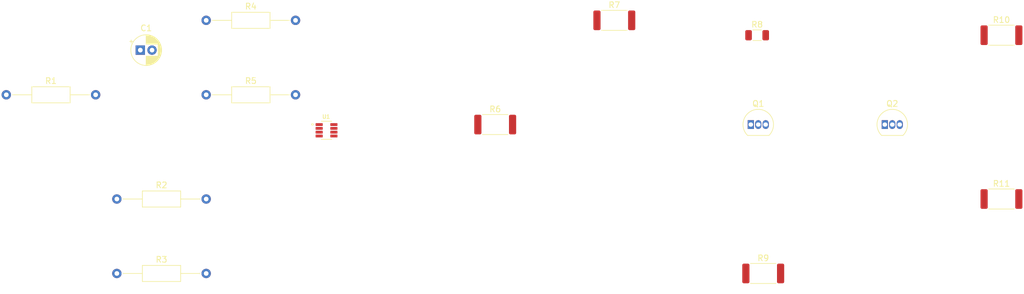
<source format=kicad_pcb>
(kicad_pcb (version 20221018) (generator pcbnew)
  (layers (0 "F.Cu" signal) (31 "B.Cu" signal) (34 "B.Paste" user) (35 "F.Paste" user) (36 "B.SilkS" user "B.Silkscreen") (37 "F.SilkS" user "F.Silkscreen") (38 "B.Mask" user) (39 "F.Mask" user) (44 "Edge.Cuts" user))
  (net 0 "")
  (net 1 "Sine_Wave")
  (net 2 "Net-(U1-IN+)")
  (net 3 "Net-(Q1-E)")
  (net 4 "Net-(Q1-B)")
  (net 5 "Net-(Q1-C)")
  (net 6 "Net-(Q2-B)")
  (net 7 "NIM_OUT")
  (net 8 "GND")
  (net 9 "Net-(U1-IN-)")
  (net 10 "+5V")
  (net 11 "TLL_IN")
  (net 12 "-1V")
  (net 13 "+3.3V")
  (net 14 "TLL_OUT")
  (footprint "Resistor_THT:R_Axial_DIN0207_L6.3mm_D2.5mm_P15.24mm_Horizontal" (layer "F.Cu") (at 49.3375 78.74)
    (fp_text reference "R2" (at 7.62 -2.37) (layer "F.SilkS"))
    (fp_text value "2k")
    (fp_line (start 1.04 0) (end 4.35 0) (stroke (width 0.12)) (layer "F.SilkS"))
    (fp_line (start 4.35 -1.37) (end 4.35 1.37) (stroke (width 0.12)) (layer "F.SilkS"))
    (fp_line (start 4.35 1.37) (end 10.89 1.37) (stroke (width 0.12)) (layer "F.SilkS"))
    (fp_line (start 10.89 -1.37) (end 4.35 -1.37) (stroke (width 0.12)) (layer "F.SilkS"))
    (fp_line (start 10.89 1.37) (end 10.89 -1.37) (stroke (width 0.12)) (layer "F.SilkS"))
    (fp_line (start 14.2 0) (end 10.89 0) (stroke (width 0.12)) (layer "F.SilkS"))
    (pad "1" thru_hole circle (at 0 0) (size 1.6 1.6) (drill 0.8) (layers "*.Cu" "*.Mask") (net 9 "Net-(U1-IN-)"))
    (pad "2" thru_hole oval (at 15.24 0) (size 1.6 1.6) (drill 0.8) (layers "*.Cu" "*.Mask") (net 8 "GND"))
  )
  (footprint "Package_TO_SOT_THT:TO-92_Inline" (layer "F.Cu") (at 157.48 66.04)
    (fp_text reference "Q1" (at 1.27 -3.56) (layer "F.SilkS"))
    (fp_text value "2N3906")
    (fp_line (start -0.53 1.85) (end 3.07 1.85) (stroke (width 0.12)) (layer "F.SilkS"))
    (fp_arc (start -0.568478 1.838478) (mid -1.132087 -0.994977) (end 1.27 -2.6) (stroke (width 0.12)) (layer "F.SilkS"))
    (fp_arc (start 1.27 -2.6) (mid 3.672087 -0.994977) (end 3.108478 1.838478) (stroke (width 0.12)) (layer "F.SilkS"))
    (pad "1" thru_hole rect (at 0 0) (size 1.05 1.5) (drill 0.75) (layers "*.Cu" "*.Mask") (net 3 "Net-(Q1-E)"))
    (pad "2" thru_hole oval (at 1.27 0) (size 1.05 1.5) (drill 0.75) (layers "*.Cu" "*.Mask") (net 4 "Net-(Q1-B)"))
    (pad "3" thru_hole oval (at 2.54 0) (size 1.05 1.5) (drill 0.75) (layers "*.Cu" "*.Mask") (net 5 "Net-(Q1-C)"))
  )
  (footprint "Resistor_SMD:R_2512_6332Metric" (layer "F.Cu") (at 113.8775 66.04)
    (fp_text reference "R6" (at 0 -2.62) (layer "F.SilkS"))
    (fp_text value "100")
    (fp_line (start -2.177064 -1.71) (end 2.177064 -1.71) (stroke (width 0.12)) (layer "F.SilkS"))
    (fp_line (start -2.177064 1.71) (end 2.177064 1.71) (stroke (width 0.12)) (layer "F.SilkS"))
    (pad "1" smd roundrect (at -2.9625 0) (size 1.225 3.35) (layers "F.Cu" "F.Paste" "F.Mask") (roundrect_rratio 0.204082) (net 11 "TLL_IN"))
    (pad "2" smd roundrect (at 2.9625 0) (size 1.225 3.35) (layers "F.Cu" "F.Paste" "F.Mask") (roundrect_rratio 0.204082) (net 4 "Net-(Q1-B)"))
  )
  (footprint "Resistor_SMD:R_2512_6332Metric" (layer "F.Cu") (at 200.2375 50.8)
    (fp_text reference "R10" (at 0 -2.62) (layer "F.SilkS"))
    (fp_text value "10k")
    (fp_line (start -2.177064 -1.71) (end 2.177064 -1.71) (stroke (width 0.12)) (layer "F.SilkS"))
    (fp_line (start -2.177064 1.71) (end 2.177064 1.71) (stroke (width 0.12)) (layer "F.SilkS"))
    (pad "1" smd roundrect (at -2.9625 0) (size 1.225 3.35) (layers "F.Cu" "F.Paste" "F.Mask") (roundrect_rratio 0.204082) (net 12 "-1V"))
    (pad "2" smd roundrect (at 2.9625 0) (size 1.225 3.35) (layers "F.Cu" "F.Paste" "F.Mask") (roundrect_rratio 0.204082) (net 6 "Net-(Q2-B)"))
  )
  (footprint "Resistor_THT:R_Axial_DIN0207_L6.3mm_D2.5mm_P15.24mm_Horizontal" (layer "F.Cu") (at 64.5775 60.96)
    (fp_text reference "R5" (at 7.62 -2.37) (layer "F.SilkS"))
    (fp_text value "2k")
    (fp_line (start 1.04 0) (end 4.35 0) (stroke (width 0.12)) (layer "F.SilkS"))
    (fp_line (start 4.35 -1.37) (end 4.35 1.37) (stroke (width 0.12)) (layer "F.SilkS"))
    (fp_line (start 4.35 1.37) (end 10.89 1.37) (stroke (width 0.12)) (layer "F.SilkS"))
    (fp_line (start 10.89 -1.37) (end 4.35 -1.37) (stroke (width 0.12)) (layer "F.SilkS"))
    (fp_line (start 10.89 1.37) (end 10.89 -1.37) (stroke (width 0.12)) (layer "F.SilkS"))
    (fp_line (start 14.2 0) (end 10.89 0) (stroke (width 0.12)) (layer "F.SilkS"))
    (pad "1" thru_hole circle (at 0 0) (size 1.6 1.6) (drill 0.8) (layers "*.Cu" "*.Mask") (net 2 "Net-(U1-IN+)"))
    (pad "2" thru_hole oval (at 15.24 0) (size 1.6 1.6) (drill 0.8) (layers "*.Cu" "*.Mask") (net 8 "GND"))
  )
  (footprint "Capacitor_THT:CP_Radial_D5.0mm_P2.00mm" (layer "F.Cu") (at 53.34 53.34)
    (fp_text reference "C1" (at 1 -3.75) (layer "F.SilkS"))
    (fp_text value "0.1u")
    (fp_line (start -1.804775 -1.475) (end -1.304775 -1.475) (stroke (width 0.12)) (layer "F.SilkS"))
    (fp_line (start -1.554775 -1.725) (end -1.554775 -1.225) (stroke (width 0.12)) (layer "F.SilkS"))
    (fp_line (start 1 -2.58) (end 1 -1.04) (stroke (width 0.12)) (layer "F.SilkS"))
    (fp_line (start 1 1.04) (end 1 2.58) (stroke (width 0.12)) (layer "F.SilkS"))
    (fp_line (start 1.04 -2.58) (end 1.04 -1.04) (stroke (width 0.12)) (layer "F.SilkS"))
    (fp_line (start 1.04 1.04) (end 1.04 2.58) (stroke (width 0.12)) (layer "F.SilkS"))
    (fp_line (start 1.08 -2.579) (end 1.08 -1.04) (stroke (width 0.12)) (layer "F.SilkS"))
    (fp_line (start 1.08 1.04) (end 1.08 2.579) (stroke (width 0.12)) (layer "F.SilkS"))
    (fp_line (start 1.12 -2.578) (end 1.12 -1.04) (stroke (width 0.12)) (layer "F.SilkS"))
    (fp_line (start 1.12 1.04) (end 1.12 2.578) (stroke (width 0.12)) (layer "F.SilkS"))
    (fp_line (start 1.16 -2.576) (end 1.16 -1.04) (stroke (width 0.12)) (layer "F.SilkS"))
    (fp_line (start 1.16 1.04) (end 1.16 2.576) (stroke (width 0.12)) (layer "F.SilkS"))
    (fp_line (start 1.2 -2.573) (end 1.2 -1.04) (stroke (width 0.12)) (layer "F.SilkS"))
    (fp_line (start 1.2 1.04) (end 1.2 2.573) (stroke (width 0.12)) (layer "F.SilkS"))
    (fp_line (start 1.24 -2.569) (end 1.24 -1.04) (stroke (width 0.12)) (layer "F.SilkS"))
    (fp_line (start 1.24 1.04) (end 1.24 2.569) (stroke (width 0.12)) (layer "F.SilkS"))
    (fp_line (start 1.28 -2.565) (end 1.28 -1.04) (stroke (width 0.12)) (layer "F.SilkS"))
    (fp_line (start 1.28 1.04) (end 1.28 2.565) (stroke (width 0.12)) (layer "F.SilkS"))
    (fp_line (start 1.32 -2.561) (end 1.32 -1.04) (stroke (width 0.12)) (layer "F.SilkS"))
    (fp_line (start 1.32 1.04) (end 1.32 2.561) (stroke (width 0.12)) (layer "F.SilkS"))
    (fp_line (start 1.36 -2.556) (end 1.36 -1.04) (stroke (width 0.12)) (layer "F.SilkS"))
    (fp_line (start 1.36 1.04) (end 1.36 2.556) (stroke (width 0.12)) (layer "F.SilkS"))
    (fp_line (start 1.4 -2.55) (end 1.4 -1.04) (stroke (width 0.12)) (layer "F.SilkS"))
    (fp_line (start 1.4 1.04) (end 1.4 2.55) (stroke (width 0.12)) (layer "F.SilkS"))
    (fp_line (start 1.44 -2.543) (end 1.44 -1.04) (stroke (width 0.12)) (layer "F.SilkS"))
    (fp_line (start 1.44 1.04) (end 1.44 2.543) (stroke (width 0.12)) (layer "F.SilkS"))
    (fp_line (start 1.48 -2.536) (end 1.48 -1.04) (stroke (width 0.12)) (layer "F.SilkS"))
    (fp_line (start 1.48 1.04) (end 1.48 2.536) (stroke (width 0.12)) (layer "F.SilkS"))
    (fp_line (start 1.52 -2.528) (end 1.52 -1.04) (stroke (width 0.12)) (layer "F.SilkS"))
    (fp_line (start 1.52 1.04) (end 1.52 2.528) (stroke (width 0.12)) (layer "F.SilkS"))
    (fp_line (start 1.56 -2.52) (end 1.56 -1.04) (stroke (width 0.12)) (layer "F.SilkS"))
    (fp_line (start 1.56 1.04) (end 1.56 2.52) (stroke (width 0.12)) (layer "F.SilkS"))
    (fp_line (start 1.6 -2.511) (end 1.6 -1.04) (stroke (width 0.12)) (layer "F.SilkS"))
    (fp_line (start 1.6 1.04) (end 1.6 2.511) (stroke (width 0.12)) (layer "F.SilkS"))
    (fp_line (start 1.64 -2.501) (end 1.64 -1.04) (stroke (width 0.12)) (layer "F.SilkS"))
    (fp_line (start 1.64 1.04) (end 1.64 2.501) (stroke (width 0.12)) (layer "F.SilkS"))
    (fp_line (start 1.68 -2.491) (end 1.68 -1.04) (stroke (width 0.12)) (layer "F.SilkS"))
    (fp_line (start 1.68 1.04) (end 1.68 2.491) (stroke (width 0.12)) (layer "F.SilkS"))
    (fp_line (start 1.721 -2.48) (end 1.721 -1.04) (stroke (width 0.12)) (layer "F.SilkS"))
    (fp_line (start 1.721 1.04) (end 1.721 2.48) (stroke (width 0.12)) (layer "F.SilkS"))
    (fp_line (start 1.761 -2.468) (end 1.761 -1.04) (stroke (width 0.12)) (layer "F.SilkS"))
    (fp_line (start 1.761 1.04) (end 1.761 2.468) (stroke (width 0.12)) (layer "F.SilkS"))
    (fp_line (start 1.801 -2.455) (end 1.801 -1.04) (stroke (width 0.12)) (layer "F.SilkS"))
    (fp_line (start 1.801 1.04) (end 1.801 2.455) (stroke (width 0.12)) (layer "F.SilkS"))
    (fp_line (start 1.841 -2.442) (end 1.841 -1.04) (stroke (width 0.12)) (layer "F.SilkS"))
    (fp_line (start 1.841 1.04) (end 1.841 2.442) (stroke (width 0.12)) (layer "F.SilkS"))
    (fp_line (start 1.881 -2.428) (end 1.881 -1.04) (stroke (width 0.12)) (layer "F.SilkS"))
    (fp_line (start 1.881 1.04) (end 1.881 2.428) (stroke (width 0.12)) (layer "F.SilkS"))
    (fp_line (start 1.921 -2.414) (end 1.921 -1.04) (stroke (width 0.12)) (layer "F.SilkS"))
    (fp_line (start 1.921 1.04) (end 1.921 2.414) (stroke (width 0.12)) (layer "F.SilkS"))
    (fp_line (start 1.961 -2.398) (end 1.961 -1.04) (stroke (width 0.12)) (layer "F.SilkS"))
    (fp_line (start 1.961 1.04) (end 1.961 2.398) (stroke (width 0.12)) (layer "F.SilkS"))
    (fp_line (start 2.001 -2.382) (end 2.001 -1.04) (stroke (width 0.12)) (layer "F.SilkS"))
    (fp_line (start 2.001 1.04) (end 2.001 2.382) (stroke (width 0.12)) (layer "F.SilkS"))
    (fp_line (start 2.041 -2.365) (end 2.041 -1.04) (stroke (width 0.12)) (layer "F.SilkS"))
    (fp_line (start 2.041 1.04) (end 2.041 2.365) (stroke (width 0.12)) (layer "F.SilkS"))
    (fp_line (start 2.081 -2.348) (end 2.081 -1.04) (stroke (width 0.12)) (layer "F.SilkS"))
    (fp_line (start 2.081 1.04) (end 2.081 2.348) (stroke (width 0.12)) (layer "F.SilkS"))
    (fp_line (start 2.121 -2.329) (end 2.121 -1.04) (stroke (width 0.12)) (layer "F.SilkS"))
    (fp_line (start 2.121 1.04) (end 2.121 2.329) (stroke (width 0.12)) (layer "F.SilkS"))
    (fp_line (start 2.161 -2.31) (end 2.161 -1.04) (stroke (width 0.12)) (layer "F.SilkS"))
    (fp_line (start 2.161 1.04) (end 2.161 2.31) (stroke (width 0.12)) (layer "F.SilkS"))
    (fp_line (start 2.201 -2.29) (end 2.201 -1.04) (stroke (width 0.12)) (layer "F.SilkS"))
    (fp_line (start 2.201 1.04) (end 2.201 2.29) (stroke (width 0.12)) (layer "F.SilkS"))
    (fp_line (start 2.241 -2.268) (end 2.241 -1.04) (stroke (width 0.12)) (layer "F.SilkS"))
    (fp_line (start 2.241 1.04) (end 2.241 2.268) (stroke (width 0.12)) (layer "F.SilkS"))
    (fp_line (start 2.281 -2.247) (end 2.281 -1.04) (stroke (width 0.12)) (layer "F.SilkS"))
    (fp_line (start 2.281 1.04) (end 2.281 2.247) (stroke (width 0.12)) (layer "F.SilkS"))
    (fp_line (start 2.321 -2.224) (end 2.321 -1.04) (stroke (width 0.12)) (layer "F.SilkS"))
    (fp_line (start 2.321 1.04) (end 2.321 2.224) (stroke (width 0.12)) (layer "F.SilkS"))
    (fp_line (start 2.361 -2.2) (end 2.361 -1.04) (stroke (width 0.12)) (layer "F.SilkS"))
    (fp_line (start 2.361 1.04) (end 2.361 2.2) (stroke (width 0.12)) (layer "F.SilkS"))
    (fp_line (start 2.401 -2.175) (end 2.401 -1.04) (stroke (width 0.12)) (layer "F.SilkS"))
    (fp_line (start 2.401 1.04) (end 2.401 2.175) (stroke (width 0.12)) (layer "F.SilkS"))
    (fp_line (start 2.441 -2.149) (end 2.441 -1.04) (stroke (width 0.12)) (layer "F.SilkS"))
    (fp_line (start 2.441 1.04) (end 2.441 2.149) (stroke (width 0.12)) (layer "F.SilkS"))
    (fp_line (start 2.481 -2.122) (end 2.481 -1.04) (stroke (width 0.12)) (layer "F.SilkS"))
    (fp_line (start 2.481 1.04) (end 2.481 2.122) (stroke (width 0.12)) (layer "F.SilkS"))
    (fp_line (start 2.521 -2.095) (end 2.521 -1.04) (stroke (width 0.12)) (layer "F.SilkS"))
    (fp_line (start 2.521 1.04) (end 2.521 2.095) (stroke (width 0.12)) (layer "F.SilkS"))
    (fp_line (start 2.561 -2.065) (end 2.561 -1.04) (stroke (width 0.12)) (layer "F.SilkS"))
    (fp_line (start 2.561 1.04) (end 2.561 2.065) (stroke (width 0.12)) (layer "F.SilkS"))
    (fp_line (start 2.601 -2.035) (end 2.601 -1.04) (stroke (width 0.12)) (layer "F.SilkS"))
    (fp_line (start 2.601 1.04) (end 2.601 2.035) (stroke (width 0.12)) (layer "F.SilkS"))
    (fp_line (start 2.641 -2.004) (end 2.641 -1.04) (stroke (width 0.12)) (layer "F.SilkS"))
    (fp_line (start 2.641 1.04) (end 2.641 2.004) (stroke (width 0.12)) (layer "F.SilkS"))
    (fp_line (start 2.681 -1.971) (end 2.681 -1.04) (stroke (width 0.12)) (layer "F.SilkS"))
    (fp_line (start 2.681 1.04) (end 2.681 1.971) (stroke (width 0.12)) (layer "F.SilkS"))
    (fp_line (start 2.721 -1.937) (end 2.721 -1.04) (stroke (width 0.12)) (layer "F.SilkS"))
    (fp_line (start 2.721 1.04) (end 2.721 1.937) (stroke (width 0.12)) (layer "F.SilkS"))
    (fp_line (start 2.761 -1.901) (end 2.761 -1.04) (stroke (width 0.12)) (layer "F.SilkS"))
    (fp_line (start 2.761 1.04) (end 2.761 1.901) (stroke (width 0.12)) (layer "F.SilkS"))
    (fp_line (start 2.801 -1.864) (end 2.801 -1.04) (stroke (width 0.12)) (layer "F.SilkS"))
    (fp_line (start 2.801 1.04) (end 2.801 1.864) (stroke (width 0.12)) (layer "F.SilkS"))
    (fp_line (start 2.841 -1.826) (end 2.841 -1.04) (stroke (width 0.12)) (layer "F.SilkS"))
    (fp_line (start 2.841 1.04) (end 2.841 1.826) (stroke (width 0.12)) (layer "F.SilkS"))
    (fp_line (start 2.881 -1.785) (end 2.881 -1.04) (stroke (width 0.12)) (layer "F.SilkS"))
    (fp_line (start 2.881 1.04) (end 2.881 1.785) (stroke (width 0.12)) (layer "F.SilkS"))
    (fp_line (start 2.921 -1.743) (end 2.921 -1.04) (stroke (width 0.12)) (layer "F.SilkS"))
    (fp_line (start 2.921 1.04) (end 2.921 1.743) (stroke (width 0.12)) (layer "F.SilkS"))
    (fp_line (start 2.961 -1.699) (end 2.961 -1.04) (stroke (width 0.12)) (layer "F.SilkS"))
    (fp_line (start 2.961 1.04) (end 2.961 1.699) (stroke (width 0.12)) (layer "F.SilkS"))
    (fp_line (start 3.001 -1.653) (end 3.001 -1.04) (stroke (width 0.12)) (layer "F.SilkS"))
    (fp_line (start 3.001 1.04) (end 3.001 1.653) (stroke (width 0.12)) (layer "F.SilkS"))
    (fp_line (start 3.041 -1.605) (end 3.041 1.605) (stroke (width 0.12)) (layer "F.SilkS"))
    (fp_line (start 3.081 -1.554) (end 3.081 1.554) (stroke (width 0.12)) (layer "F.SilkS"))
    (fp_line (start 3.121 -1.5) (end 3.121 1.5) (stroke (width 0.12)) (layer "F.SilkS"))
    (fp_line (start 3.161 -1.443) (end 3.161 1.443) (stroke (width 0.12)) (layer "F.SilkS"))
    (fp_line (start 3.201 -1.383) (end 3.201 1.383) (stroke (width 0.12)) (layer "F.SilkS"))
    (fp_line (start 3.241 -1.319) (end 3.241 1.319) (stroke (width 0.12)) (layer "F.SilkS"))
    (fp_line (start 3.281 -1.251) (end 3.281 1.251) (stroke (width 0.12)) (layer "F.SilkS"))
    (fp_line (start 3.321 -1.178) (end 3.321 1.178) (stroke (width 0.12)) (layer "F.SilkS"))
    (fp_line (start 3.361 -1.098) (end 3.361 1.098) (stroke (width 0.12)) (layer "F.SilkS"))
    (fp_line (start 3.401 -1.011) (end 3.401 1.011) (stroke (width 0.12)) (layer "F.SilkS"))
    (fp_line (start 3.441 -0.915) (end 3.441 0.915) (stroke (width 0.12)) (layer "F.SilkS"))
    (fp_line (start 3.481 -0.805) (end 3.481 0.805) (stroke (width 0.12)) (layer "F.SilkS"))
    (fp_line (start 3.521 -0.677) (end 3.521 0.677) (stroke (width 0.12)) (layer "F.SilkS"))
    (fp_line (start 3.561 -0.518) (end 3.561 0.518) (stroke (width 0.12)) (layer "F.SilkS"))
    (fp_line (start 3.601 -0.284) (end 3.601 0.284) (stroke (width 0.12)) (layer "F.SilkS"))
    (fp_circle (center 1 0) (end 3.62 0) (stroke (width 0.12)) (fill none) (layer "F.SilkS"))
    (pad "1" thru_hole rect (at 0 0) (size 1.6 1.6) (drill 0.8) (layers "*.Cu" "*.Mask") (net 1 "Sine_Wave"))
    (pad "2" thru_hole circle (at 2 0) (size 1.6 1.6) (drill 0.8) (layers "*.Cu" "*.Mask") (net 2 "Net-(U1-IN+)"))
  )
  (footprint "Resistor_THT:R_Axial_DIN0207_L6.3mm_D2.5mm_P15.24mm_Horizontal" (layer "F.Cu") (at 30.48 60.96)
    (fp_text reference "R1" (at 7.62 -2.37) (layer "F.SilkS"))
    (fp_text value "50")
    (fp_line (start 1.04 0) (end 4.35 0) (stroke (width 0.12)) (layer "F.SilkS"))
    (fp_line (start 4.35 -1.37) (end 4.35 1.37) (stroke (width 0.12)) (layer "F.SilkS"))
    (fp_line (start 4.35 1.37) (end 10.89 1.37) (stroke (width 0.12)) (layer "F.SilkS"))
    (fp_line (start 10.89 -1.37) (end 4.35 -1.37) (stroke (width 0.12)) (layer "F.SilkS"))
    (fp_line (start 10.89 1.37) (end 10.89 -1.37) (stroke (width 0.12)) (layer "F.SilkS"))
    (fp_line (start 14.2 0) (end 10.89 0) (stroke (width 0.12)) (layer "F.SilkS"))
    (pad "1" thru_hole circle (at 0 0) (size 1.6 1.6) (drill 0.8) (layers "*.Cu" "*.Mask") (net 1 "Sine_Wave"))
    (pad "2" thru_hole oval (at 15.24 0) (size 1.6 1.6) (drill 0.8) (layers "*.Cu" "*.Mask") (net 8 "GND"))
  )
  (footprint "Package_TO_SOT_THT:TO-92_Inline" (layer "F.Cu") (at 180.34 66.04)
    (fp_text reference "Q2" (at 1.27 -3.56) (layer "F.SilkS"))
    (fp_text value "2N3904")
    (fp_line (start -0.53 1.85) (end 3.07 1.85) (stroke (width 0.12)) (layer "F.SilkS"))
    (fp_arc (start -0.568478 1.838478) (mid -1.132087 -0.994977) (end 1.27 -2.6) (stroke (width 0.12)) (layer "F.SilkS"))
    (fp_arc (start 1.27 -2.6) (mid 3.672087 -0.994977) (end 3.108478 1.838478) (stroke (width 0.12)) (layer "F.SilkS"))
    (pad "1" thru_hole rect (at 0 0) (size 1.05 1.5) (drill 0.75) (layers "*.Cu" "*.Mask") (net 5 "Net-(Q1-C)"))
    (pad "2" thru_hole oval (at 1.27 0) (size 1.05 1.5) (drill 0.75) (layers "*.Cu" "*.Mask") (net 6 "Net-(Q2-B)"))
    (pad "3" thru_hole oval (at 2.54 0) (size 1.05 1.5) (drill 0.75) (layers "*.Cu" "*.Mask") (net 7 "NIM_OUT"))
  )
  (footprint "Resistor_SMD:R_2512_6332Metric" (layer "F.Cu") (at 200.2375 78.74)
    (fp_text reference "R11" (at 0 -2.62) (layer "F.SilkS"))
    (fp_text value "100")
    (fp_line (start -2.177064 -1.71) (end 2.177064 -1.71) (stroke (width 0.12)) (layer "F.SilkS"))
    (fp_line (start -2.177064 1.71) (end 2.177064 1.71) (stroke (width 0.12)) (layer "F.SilkS"))
    (pad "1" smd roundrect (at -2.9625 0) (size 1.225 3.35) (layers "F.Cu" "F.Paste" "F.Mask") (roundrect_rratio 0.204082) (net 6 "Net-(Q2-B)"))
    (pad "2" smd roundrect (at 2.9625 0) (size 1.225 3.35) (layers "F.Cu" "F.Paste" "F.Mask") (roundrect_rratio 0.204082) (net 8 "GND"))
  )
  (footprint "Resistor_SMD:R_2512_6332Metric" (layer "F.Cu") (at 159.5975 91.44)
    (fp_text reference "R9" (at 0 -2.62) (layer "F.SilkS"))
    (fp_text value "100")
    (fp_line (start -2.177064 -1.71) (end 2.177064 -1.71) (stroke (width 0.12)) (layer "F.SilkS"))
    (fp_line (start -2.177064 1.71) (end 2.177064 1.71) (stroke (width 0.12)) (layer "F.SilkS"))
    (pad "1" smd roundrect (at -2.9625 0) (size 1.225 3.35) (layers "F.Cu" "F.Paste" "F.Mask") (roundrect_rratio 0.204082) (net 3 "Net-(Q1-E)"))
    (pad "2" smd roundrect (at 2.9625 0) (size 1.225 3.35) (layers "F.Cu" "F.Paste" "F.Mask") (roundrect_rratio 0.204082) (net 13 "+3.3V"))
  )
  (footprint "Resistor_THT:R_Axial_DIN0207_L6.3mm_D2.5mm_P15.24mm_Horizontal" (layer "F.Cu") (at 49.3375 91.44)
    (fp_text reference "R3" (at 7.62 -2.37) (layer "F.SilkS"))
    (fp_text value "2k")
    (fp_line (start 1.04 0) (end 4.35 0) (stroke (width 0.12)) (layer "F.SilkS"))
    (fp_line (start 4.35 -1.37) (end 4.35 1.37) (stroke (width 0.12)) (layer "F.SilkS"))
    (fp_line (start 4.35 1.37) (end 10.89 1.37) (stroke (width 0.12)) (layer "F.SilkS"))
    (fp_line (start 10.89 -1.37) (end 4.35 -1.37) (stroke (width 0.12)) (layer "F.SilkS"))
    (fp_line (start 10.89 1.37) (end 10.89 -1.37) (stroke (width 0.12)) (layer "F.SilkS"))
    (fp_line (start 14.2 0) (end 10.89 0) (stroke (width 0.12)) (layer "F.SilkS"))
    (pad "1" thru_hole circle (at 0 0) (size 1.6 1.6) (drill 0.8) (layers "*.Cu" "*.Mask") (net 10 "+5V"))
    (pad "2" thru_hole oval (at 15.24 0) (size 1.6 1.6) (drill 0.8) (layers "*.Cu" "*.Mask") (net 9 "Net-(U1-IN-)"))
  )
  (footprint "Resistor_SMD:R_2512_6332Metric" (layer "F.Cu") (at 134.1975 48.26)
    (fp_text reference "R7" (at 0 -2.62) (layer "F.SilkS"))
    (fp_text value "5.1k")
    (fp_line (start -2.177064 -1.71) (end 2.177064 -1.71) (stroke (width 0.12)) (layer "F.SilkS"))
    (fp_line (start -2.177064 1.71) (end 2.177064 1.71) (stroke (width 0.12)) (layer "F.SilkS"))
    (pad "1" smd roundrect (at -2.9625 0) (size 1.225 3.35) (layers "F.Cu" "F.Paste" "F.Mask") (roundrect_rratio 0.204082) (net 10 "+5V"))
    (pad "2" smd roundrect (at 2.9625 0) (size 1.225 3.35) (layers "F.Cu" "F.Paste" "F.Mask") (roundrect_rratio 0.204082) (net 4 "Net-(Q1-B)"))
  )
  (footprint "Resistor_THT:R_Axial_DIN0207_L6.3mm_D2.5mm_P15.24mm_Horizontal" (layer "F.Cu") (at 64.5775 48.26)
    (fp_text reference "R4" (at 7.62 -2.37) (layer "F.SilkS"))
    (fp_text value "2k")
    (fp_line (start 1.04 0) (end 4.35 0) (stroke (width 0.12)) (layer "F.SilkS"))
    (fp_line (start 4.35 -1.37) (end 4.35 1.37) (stroke (width 0.12)) (layer "F.SilkS"))
    (fp_line (start 4.35 1.37) (end 10.89 1.37) (stroke (width 0.12)) (layer "F.SilkS"))
    (fp_line (start 10.89 -1.37) (end 4.35 -1.37) (stroke (width 0.12)) (layer "F.SilkS"))
    (fp_line (start 10.89 1.37) (end 10.89 -1.37) (stroke (width 0.12)) (layer "F.SilkS"))
    (fp_line (start 14.2 0) (end 10.89 0) (stroke (width 0.12)) (layer "F.SilkS"))
    (pad "1" thru_hole circle (at 0 0) (size 1.6 1.6) (drill 0.8) (layers "*.Cu" "*.Mask") (net 10 "+5V"))
    (pad "2" thru_hole oval (at 15.24 0) (size 1.6 1.6) (drill 0.8) (layers "*.Cu" "*.Mask") (net 2 "Net-(U1-IN+)"))
  )
  (footprint "RF_converter_library:SOT65P280X145-8N" (layer "F.Cu") (at 85.105 67.015)
    (fp_text reference "U1" (at -0.068 -2.3064) (layer "F.SilkS") (effects (font (size 0.64 0.64))))
    (fp_text value "MAX9203EKAT")
    (fp_line (start -0.88 -1.54) (end 0.88 -1.54) (stroke (width 0.127)) (layer "F.SilkS"))
    (fp_line (start -0.88 1.54) (end 0.88 1.54) (stroke (width 0.127)) (layer "F.SilkS"))
    (fp_circle (center -2.4 -1) (end -2.3 -1) (stroke (width 0.2)) (fill none) (layer "F.SilkS"))
    (pad "1" smd roundrect (at -1.255 -0.975) (size 1.21 0.48) (layers "F.Cu" "F.Paste" "F.Mask") (roundrect_rratio 0.12) (net 10 "+5V"))
    (pad "2" smd roundrect (at -1.255 -0.325) (size 1.21 0.48) (layers "F.Cu" "F.Paste" "F.Mask") (roundrect_rratio 0.12) (net 14 "TLL_OUT"))
    (pad "3" smd roundrect (at -1.255 0.325) (size 1.21 0.48) (layers "F.Cu" "F.Paste" "F.Mask") (roundrect_rratio 0.12) (net 8 "GND"))
    (pad "4" smd roundrect (at -1.255 0.975) (size 1.21 0.48) (layers "F.Cu" "F.Paste" "F.Mask") (roundrect_rratio 0.12) (net 10 "+5V"))
    (pad "5" smd roundrect (at 1.255 0.975 180) (size 1.21 0.48) (layers "F.Cu" "F.Paste" "F.Mask") (roundrect_rratio 0.12) (net 8 "GND"))
    (pad "6" smd roundrect (at 1.255 0.325 180) (size 1.21 0.48) (layers "F.Cu" "F.Paste" "F.Mask") (roundrect_rratio 0.12) (net 9 "Net-(U1-IN-)"))
    (pad "7" smd roundrect (at 1.255 -0.325 180) (size 1.21 0.48) (layers "F.Cu" "F.Paste" "F.Mask") (roundrect_rratio 0.12) (net 2 "Net-(U1-IN+)"))
    (pad "8" smd roundrect (at 1.255 -0.975 180) (size 1.21 0.48) (layers "F.Cu" "F.Paste" "F.Mask") (roundrect_rratio 0.12) (net 10 "+5V"))
  )
  (footprint "Resistor_SMD:R_1206_3216Metric" (layer "F.Cu") (at 158.5575 50.8)
    (fp_text reference "R8" (at 0 -1.82) (layer "F.SilkS"))
    (fp_text value "160")
    (fp_line (start -0.727064 -0.91) (end 0.727064 -0.91) (stroke (width 0.12)) (layer "F.SilkS"))
    (fp_line (start -0.727064 0.91) (end 0.727064 0.91) (stroke (width 0.12)) (layer "F.SilkS"))
    (pad "1" smd roundrect (at -1.4625 0) (size 1.125 1.75) (layers "F.Cu" "F.Paste" "F.Mask") (roundrect_rratio 0.222222) (net 12 "-1V"))
    (pad "2" smd roundrect (at 1.4625 0) (size 1.125 1.75) (layers "F.Cu" "F.Paste" "F.Mask") (roundrect_rratio 0.222222) (net 5 "Net-(Q1-C)"))
  )
)
</source>
